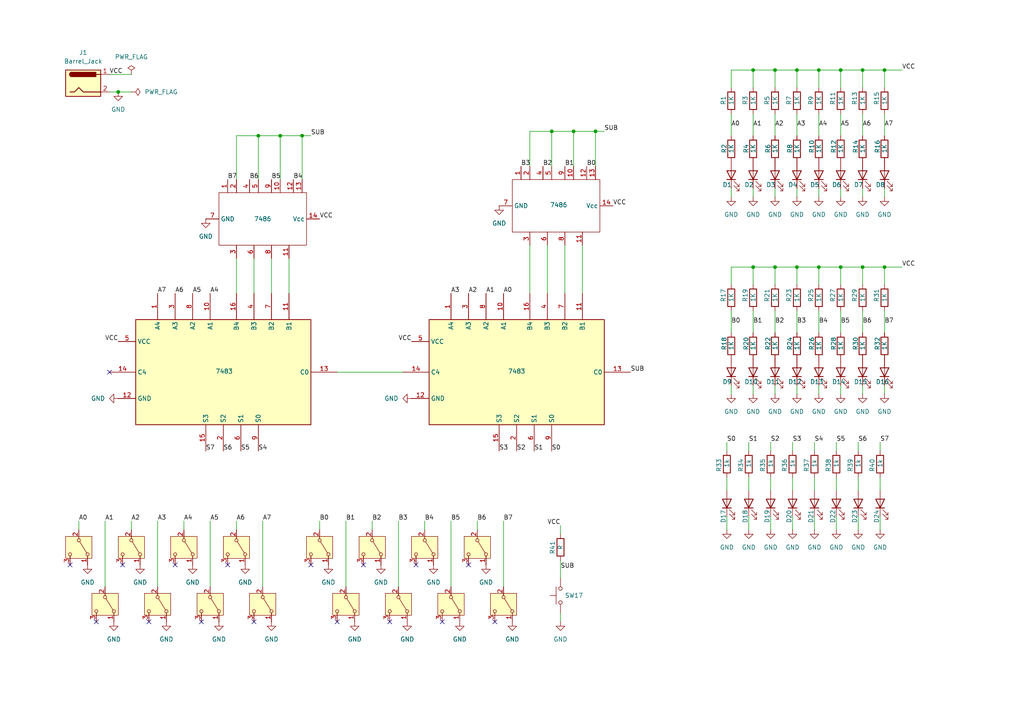
<source format=kicad_sch>
(kicad_sch (version 20250114) (generator "eeschema") (generator_version "9.0")
  (paper "A4")
  (lib_symbols
    (symbol "Connector:Barrel_Jack" (pin_names (offset 1.016))
      (property "Reference" "J" (at 0 5.334 0))
      (property "Value" "Barrel_Jack" (at 0 -5.08 0))
      (symbol "Barrel_Jack_0_1"
        (rectangle (start -5.08 3.81) (end 5.08 -3.81) (stroke (width 0.254)) (fill (type background)))
        (polyline (pts (xy -3.81 -2.54) (xy -2.54 -2.54) (xy -1.27 -1.27) (xy 0 -2.54) (xy 2.54 -2.54) (xy 5.08 -2.54)) (stroke (width 0.254)))
        (arc (start -3.302 1.905) (mid -3.9343 2.54) (end -3.302 3.175) (stroke (width 0.254)))
        (arc (start -3.302 1.905) (mid -3.9343 2.54) (end -3.302 3.175) (stroke (width 0.254)) (fill (type outline)))
        (rectangle (start 3.683 3.175) (end -3.302 1.905) (stroke (width 0.254)) (fill (type outline)))
        (polyline (pts (xy 5.08 2.54) (xy 3.81 2.54)) (stroke (width 0.254)))
      )
      (symbol "Barrel_Jack_1_1"
        (pin passive line (at 7.62 2.54 180) (length 2.54) (name "~") (number "1"))
        (pin passive line (at 7.62 -2.54 180) (length 2.54) (name "~") (number "2"))
      )
    )
    (symbol "Device:LED" (pin_numbers (hide yes)) (pin_names (offset 1.016) (hide yes))
      (property "Reference" "D" (at 0 2.54 0))
      (property "Value" "LED" (at 0 -2.54 0))
      (symbol "LED_0_1"
        (polyline (pts (xy -3.048 -0.762) (xy -4.572 -2.286) (xy -3.81 -2.286) (xy -4.572 -2.286) (xy -4.572 -1.524)))
        (polyline (pts (xy -1.778 -0.762) (xy -3.302 -2.286) (xy -2.54 -2.286) (xy -3.302 -2.286) (xy -3.302 -1.524)))
        (polyline (pts (xy -1.27 0) (xy 1.27 0)))
        (polyline (pts (xy -1.27 -1.27) (xy -1.27 1.27)) (stroke (width 0.254)))
        (polyline (pts (xy 1.27 -1.27) (xy 1.27 1.27) (xy -1.27 0) (xy 1.27 -1.27)) (stroke (width 0.254)))
      )
      (symbol "LED_1_1"
        (pin passive line (at -3.81 0 0) (length 2.54) (name "K") (number "1"))
        (pin passive line (at 3.81 0 180) (length 2.54) (name "A") (number "2"))
      )
    )
    (symbol "Device:R" (pin_numbers (hide yes)) (pin_names (offset 0))
      (property "Reference" "R" (at 2.032 0 90))
      (property "Value" "R" (at 0 0 90))
      (symbol "R_0_1"
        (rectangle (start -1.016 -2.54) (end 1.016 2.54) (stroke (width 0.254)))
      )
      (symbol "R_1_1"
        (pin passive line (at 0 3.81 270) (length 1.27) (name "~") (number "1"))
        (pin passive line (at 0 -3.81 90) (length 1.27) (name "~") (number "2"))
      )
    )
    (symbol "NEW 7486_1"
      (property "Reference" "IC7486" (at 0 0 0))
      (symbol "NEW 7486_1_1_1"
        (rectangle (start -12.7 7.62) (end 12.7 -7.62))
        (pin power_in line (at -16.51 0 0) (length 3.81) (name "GND") (number "7"))
        (pin passive line (at -10.16 11.43 270) (length 3.81) (name "") (number "1"))
        (pin passive line (at -7.62 11.43 270) (length 3.81) (name "") (number "2"))
        (pin passive line (at -7.62 -11.43 90) (length 3.81) (name "") (number "3"))
        (pin passive line (at -3.81 11.43 270) (length 3.81) (name "") (number "4"))
        (pin passive line (at -2.54 -11.43 90) (length 3.81) (name "") (number "6"))
        (pin passive line (at -1.27 11.43 270) (length 3.81) (name "") (number "5"))
        (pin passive line (at 2.54 11.43 270) (length 3.81) (name "") (number "9"))
        (pin passive line (at 2.54 -11.43 90) (length 3.81) (name "") (number "8"))
        (pin passive line (at 5.08 11.43 270) (length 3.81) (name "") (number "10"))
        (pin passive line (at 7.62 -11.43 90) (length 3.81) (name "") (number "11"))
        (pin passive line (at 8.89 11.43 270) (length 3.81) (name "") (number "12"))
        (pin passive line (at 11.43 11.43 270) (length 3.81) (name "") (number "13"))
        (pin power_in line (at 16.51 0 180) (length 3.81) (name "Vcc") (number "14"))
      )
    )
    (symbol "New_Library:NEW 7483"
      (property "Reference" "IC7483" (at 0 0 0))
      (symbol "NEW 7483_0_0"
        (rectangle (start 25.4 15.24) (end -25.4 -15.24) (stroke (width 0.254)) (fill (type background)))
        (pin power_in line (at -30.48 8.89 0) (length 5.08) (name "VCC") (number "5"))
        (pin power_in line (at -30.48 -7.62 0) (length 5.08) (name "GND") (number "12"))
      )
      (symbol "NEW 7483_1_1"
        (pin passive line (at -33.02 0 0) (length 7.62) (name "C4") (number "14"))
        (pin passive line (at -19.05 22.86 270) (length 7.62) (name "A4") (number "1"))
        (pin passive line (at -13.97 22.86 270) (length 7.62) (name "A3") (number "3"))
        (pin passive line (at -8.89 22.86 270) (length 7.62) (name "A2") (number "8"))
        (pin passive line (at -5.08 -22.86 90) (length 7.62) (name "S3") (number "15"))
        (pin passive line (at -3.81 22.86 270) (length 7.62) (name "A1") (number "10"))
        (pin passive line (at 0 -22.86 90) (length 7.62) (name "S2") (number "2"))
        (pin passive line (at 3.81 22.86 270) (length 7.62) (name "B4") (number "16"))
        (pin passive line (at 5.08 -22.86 90) (length 7.62) (name "S1") (number "6"))
        (pin passive line (at 8.89 22.86 270) (length 7.62) (name "B3") (number "4"))
        (pin passive line (at 10.16 -22.86 90) (length 7.62) (name "S0") (number "9"))
        (pin passive line (at 13.97 22.86 270) (length 7.62) (name "B2") (number "7"))
        (pin passive line (at 19.05 22.86 270) (length 7.62) (name "B1") (number "11"))
        (pin passive line (at 33.02 0 180) (length 7.62) (name "C0") (number "13"))
      )
    )
    (symbol "New_Library:NEW 7486"
      (property "Reference" "IC7486" (at 0 0 0))
      (symbol "NEW 7486_1_1"
        (rectangle (start -12.7 7.62) (end 12.7 -7.62))
        (pin power_in line (at -16.51 0 0) (length 3.81) (name "GND") (number "7"))
        (pin passive line (at -10.16 11.43 270) (length 3.81) (name "") (number "1"))
        (pin passive line (at -7.62 11.43 270) (length 3.81) (name "") (number "2"))
        (pin passive line (at -7.62 -11.43 90) (length 3.81) (name "") (number "3"))
        (pin passive line (at -3.81 11.43 270) (length 3.81) (name "") (number "4"))
        (pin passive line (at -2.54 -11.43 90) (length 3.81) (name "") (number "6"))
        (pin passive line (at -1.27 11.43 270) (length 3.81) (name "") (number "5"))
        (pin passive line (at 2.54 11.43 270) (length 3.81) (name "") (number "9"))
        (pin passive line (at 2.54 -11.43 90) (length 3.81) (name "") (number "8"))
        (pin passive line (at 5.08 11.43 270) (length 3.81) (name "") (number "10"))
        (pin passive line (at 7.62 -11.43 90) (length 3.81) (name "") (number "11"))
        (pin passive line (at 8.89 11.43 270) (length 3.81) (name "") (number "12"))
        (pin passive line (at 11.43 11.43 270) (length 3.81) (name "") (number "13"))
        (pin power_in line (at 16.51 0 180) (length 3.81) (name "Vcc") (number "14"))
      )
    )
    (symbol "Switch:SW_Push" (pin_numbers (hide yes)) (pin_names (offset 1.016) (hide yes))
      (property "Reference" "SW" (at 1.27 2.54 0))
      (property "Value" "SW_Push" (at 0 -1.524 0))
      (symbol "SW_Push_0_1"
        (circle (center -2.032 0) (radius 0.508))
        (polyline (pts (xy 0 1.27) (xy 0 3.048)))
        (circle (center 2.032 0) (radius 0.508))
        (polyline (pts (xy 2.54 1.27) (xy -2.54 1.27)))
        (pin passive line (at -5.08 0 0) (length 2.54) (name "1") (number "1"))
        (pin passive line (at 5.08 0 180) (length 2.54) (name "2") (number "2"))
      )
    )
    (symbol "Switch:SW_SPDT" (pin_names (offset 0) (hide yes))
      (property "Reference" "SW" (at 0 5.08 0))
      (property "Value" "SW_SPDT" (at 0 -5.08 0))
      (symbol "SW_SPDT_0_1"
        (circle (center -2.032 0) (radius 0.4572))
        (polyline (pts (xy -1.651 0.254) (xy 1.651 2.286)))
        (circle (center 2.032 2.54) (radius 0.4572))
        (circle (center 2.032 -2.54) (radius 0.4572))
      )
      (symbol "SW_SPDT_1_1"
        (rectangle (start -3.175 3.81) (end 3.175 -3.81) (fill (type background)))
        (pin passive line (at -5.08 0 0) (length 2.54) (name "B") (number "2"))
        (pin passive line (at 5.08 2.54 180) (length 2.54) (name "A") (number "1"))
        (pin passive line (at 5.08 -2.54 180) (length 2.54) (name "C") (number "3"))
      )
    )
    (symbol "power:GND" (power) (pin_numbers (hide yes)) (pin_names (offset 0) (hide yes))
      (property "Value" "GND" (at 0 -3.81 0))
      (symbol "GND_0_1"
        (polyline (pts (xy 0 0) (xy 0 -1.27) (xy 1.27 -1.27) (xy 0 -2.54) (xy -1.27 -1.27) (xy 0 -1.27)))
      )
      (symbol "GND_1_1"
        (pin power_in line (at 0 0 270) (length 0) (name "~") (number "1"))
      )
    )
    (symbol "power:PWR_FLAG" (power) (pin_numbers (hide yes)) (pin_names (offset 0) (hide yes))
      (property "Value" "PWR_FLAG" (at 0 3.81 0))
      (symbol "PWR_FLAG_0_0"
        (pin power_out line (at 0 0 90) (length 0) (name "~") (number "1"))
      )
      (symbol "PWR_FLAG_0_1"
        (polyline (pts (xy 0 0) (xy 0 1.27) (xy -1.016 1.905) (xy 0 2.54) (xy 1.016 1.905) (xy 0 1.27)))
      )
    )
  )
  (junction (at 160.02 38.1))
  (junction (at 87.63 39.37))
  (junction (at 74.93 39.37))
  (junction (at 231.14 77.47))
  (junction (at 231.14 20.32))
  (junction (at 166.37 38.1))
  (junction (at 224.79 77.47))
  (junction (at 237.49 77.47))
  (junction (at 218.44 20.32))
  (junction (at 81.28 39.37))
  (junction (at 243.84 20.32))
  (junction (at 224.79 20.32))
  (junction (at 218.44 77.47))
  (junction (at 256.54 20.32))
  (junction (at 172.72 38.1))
  (junction (at 250.19 77.47))
  (junction (at 237.49 20.32))
  (junction (at 250.19 20.32))
  (junction (at 34.29 26.67))
  (junction (at 256.54 77.47))
  (junction (at 243.84 77.47))
  (no_connect (at 43.18 180.34))
  (no_connect (at 27.94 180.34))
  (no_connect (at 128.27 180.34))
  (no_connect (at 50.8 163.83))
  (no_connect (at 90.17 163.83))
  (no_connect (at 120.65 163.83))
  (no_connect (at 73.66 180.34))
  (no_connect (at 105.41 163.83))
  (no_connect (at 97.79 180.34))
  (no_connect (at 66.04 163.83))
  (no_connect (at 58.42 180.34))
  (no_connect (at 31.75 107.95))
  (no_connect (at 143.51 180.34))
  (no_connect (at 113.03 180.34))
  (no_connect (at 20.32 163.83))
  (no_connect (at 35.56 163.83))
  (no_connect (at 135.89 163.83))
  (wire (pts (xy 224.79 77.47) (xy 224.79 82.55)))
  (wire (pts (xy 231.14 20.32) (xy 224.79 20.32)))
  (wire (pts (xy 243.84 20.32) (xy 237.49 20.32)))
  (wire (pts (xy 231.14 54.61) (xy 231.14 57.15)))
  (wire (pts (xy 255.27 149.86) (xy 255.27 153.67)))
  (wire (pts (xy 218.44 111.76) (xy 218.44 114.3)))
  (wire (pts (xy 76.2 151.13) (xy 76.2 170.18)))
  (wire (pts (xy 34.29 26.67) (xy 38.1 26.67)))
  (wire (pts (xy 74.93 39.37) (xy 81.28 39.37)))
  (wire (pts (xy 218.44 77.47) (xy 212.09 77.47)))
  (wire (pts (xy 218.44 90.17) (xy 218.44 96.52)))
  (wire (pts (xy 166.37 38.1) (xy 160.02 38.1)))
  (wire (pts (xy 210.82 138.43) (xy 210.82 142.24)))
  (wire (pts (xy 81.28 39.37) (xy 87.63 39.37)))
  (wire (pts (xy 243.84 77.47) (xy 237.49 77.47)))
  (wire (pts (xy 261.62 77.47) (xy 256.54 77.47)))
  (wire (pts (xy 22.86 151.13) (xy 22.86 153.67)))
  (wire (pts (xy 250.19 77.47) (xy 243.84 77.47)))
  (wire (pts (xy 175.26 38.1) (xy 172.72 38.1)))
  (wire (pts (xy 243.84 90.17) (xy 243.84 96.52)))
  (wire (pts (xy 237.49 33.02) (xy 237.49 39.37)))
  (wire (pts (xy 229.87 128.27) (xy 229.87 130.81)))
  (wire (pts (xy 83.82 74.93) (xy 83.82 85.09)))
  (wire (pts (xy 256.54 77.47) (xy 256.54 82.55)))
  (wire (pts (xy 237.49 111.76) (xy 237.49 114.3)))
  (wire (pts (xy 231.14 77.47) (xy 231.14 82.55)))
  (wire (pts (xy 261.62 20.32) (xy 256.54 20.32)))
  (wire (pts (xy 250.19 90.17) (xy 250.19 96.52)))
  (wire (pts (xy 231.14 111.76) (xy 231.14 114.3)))
  (wire (pts (xy 172.72 38.1) (xy 172.72 48.26)))
  (wire (pts (xy 81.28 39.37) (xy 81.28 52.07)))
  (wire (pts (xy 160.02 38.1) (xy 160.02 48.26)))
  (wire (pts (xy 231.14 77.47) (xy 224.79 77.47)))
  (wire (pts (xy 256.54 20.32) (xy 250.19 20.32)))
  (wire (pts (xy 237.49 20.32) (xy 237.49 25.4)))
  (wire (pts (xy 248.92 138.43) (xy 248.92 142.24)))
  (wire (pts (xy 78.74 74.93) (xy 78.74 85.09)))
  (wire (pts (xy 212.09 20.32) (xy 212.09 25.4)))
  (wire (pts (xy 210.82 149.86) (xy 210.82 153.67)))
  (wire (pts (xy 248.92 128.27) (xy 248.92 130.81)))
  (wire (pts (xy 256.54 33.02) (xy 256.54 39.37)))
  (wire (pts (xy 146.05 151.13) (xy 146.05 170.18)))
  (wire (pts (xy 236.22 149.86) (xy 236.22 153.67)))
  (wire (pts (xy 250.19 54.61) (xy 250.19 57.15)))
  (wire (pts (xy 74.93 39.37) (xy 74.93 52.07)))
  (wire (pts (xy 256.54 90.17) (xy 256.54 96.52)))
  (wire (pts (xy 224.79 20.32) (xy 224.79 25.4)))
  (wire (pts (xy 243.84 20.32) (xy 243.84 25.4)))
  (wire (pts (xy 172.72 38.1) (xy 166.37 38.1)))
  (wire (pts (xy 250.19 20.32) (xy 243.84 20.32)))
  (wire (pts (xy 68.58 151.13) (xy 68.58 153.67)))
  (wire (pts (xy 218.44 54.61) (xy 218.44 57.15)))
  (wire (pts (xy 255.27 138.43) (xy 255.27 142.24)))
  (wire (pts (xy 100.33 151.13) (xy 100.33 170.18)))
  (wire (pts (xy 250.19 111.76) (xy 250.19 114.3)))
  (wire (pts (xy 87.63 39.37) (xy 87.63 52.07)))
  (wire (pts (xy 160.02 38.1) (xy 153.67 38.1)))
  (wire (pts (xy 217.17 149.86) (xy 217.17 153.67)))
  (wire (pts (xy 250.19 77.47) (xy 250.19 82.55)))
  (wire (pts (xy 242.57 149.86) (xy 242.57 153.67)))
  (wire (pts (xy 237.49 20.32) (xy 231.14 20.32)))
  (wire (pts (xy 107.95 151.13) (xy 107.95 153.67)))
  (wire (pts (xy 87.63 39.37) (xy 90.17 39.37)))
  (wire (pts (xy 248.92 149.86) (xy 248.92 153.67)))
  (wire (pts (xy 250.19 20.32) (xy 250.19 25.4)))
  (wire (pts (xy 250.19 33.02) (xy 250.19 39.37)))
  (wire (pts (xy 229.87 138.43) (xy 229.87 142.24)))
  (wire (pts (xy 212.09 111.76) (xy 212.09 114.3)))
  (wire (pts (xy 115.57 151.13) (xy 115.57 170.18)))
  (wire (pts (xy 30.48 151.13) (xy 30.48 170.18)))
  (wire (pts (xy 224.79 54.61) (xy 224.79 57.15)))
  (wire (pts (xy 212.09 77.47) (xy 212.09 82.55)))
  (wire (pts (xy 218.44 33.02) (xy 218.44 39.37)))
  (wire (pts (xy 243.84 111.76) (xy 243.84 114.3)))
  (wire (pts (xy 256.54 111.76) (xy 256.54 114.3)))
  (wire (pts (xy 210.82 128.27) (xy 210.82 130.81)))
  (wire (pts (xy 163.83 71.12) (xy 163.83 85.09)))
  (wire (pts (xy 31.75 21.59) (xy 38.1 21.59)))
  (wire (pts (xy 68.58 52.07) (xy 68.58 39.37)))
  (wire (pts (xy 242.57 128.27) (xy 242.57 130.81)))
  (wire (pts (xy 236.22 128.27) (xy 236.22 130.81)))
  (wire (pts (xy 68.58 39.37) (xy 74.93 39.37)))
  (wire (pts (xy 256.54 54.61) (xy 256.54 57.15)))
  (wire (pts (xy 123.19 151.13) (xy 123.19 153.67)))
  (wire (pts (xy 212.09 54.61) (xy 212.09 57.15)))
  (wire (pts (xy 243.84 77.47) (xy 243.84 82.55)))
  (wire (pts (xy 53.34 151.13) (xy 53.34 153.67)))
  (wire (pts (xy 237.49 90.17) (xy 237.49 96.52)))
  (wire (pts (xy 38.1 151.13) (xy 38.1 153.67)))
  (wire (pts (xy 218.44 20.32) (xy 212.09 20.32)))
  (wire (pts (xy 31.75 26.67) (xy 34.29 26.67)))
  (wire (pts (xy 158.75 71.12) (xy 158.75 85.09)))
  (wire (pts (xy 162.56 162.56) (xy 162.56 167.64)))
  (wire (pts (xy 212.09 33.02) (xy 212.09 39.37)))
  (wire (pts (xy 218.44 20.32) (xy 218.44 25.4)))
  (wire (pts (xy 243.84 33.02) (xy 243.84 39.37)))
  (wire (pts (xy 218.44 77.47) (xy 218.44 82.55)))
  (wire (pts (xy 229.87 149.86) (xy 229.87 153.67)))
  (wire (pts (xy 231.14 20.32) (xy 231.14 25.4)))
  (wire (pts (xy 92.71 151.13) (xy 92.71 153.67)))
  (wire (pts (xy 153.67 38.1) (xy 153.67 48.26)))
  (wire (pts (xy 256.54 77.47) (xy 250.19 77.47)))
  (wire (pts (xy 217.17 128.27) (xy 217.17 130.81)))
  (wire (pts (xy 224.79 111.76) (xy 224.79 114.3)))
  (wire (pts (xy 153.67 71.12) (xy 153.67 85.09)))
  (wire (pts (xy 130.81 151.13) (xy 130.81 170.18)))
  (wire (pts (xy 236.22 138.43) (xy 236.22 142.24)))
  (wire (pts (xy 242.57 138.43) (xy 242.57 142.24)))
  (wire (pts (xy 224.79 90.17) (xy 224.79 96.52)))
  (wire (pts (xy 223.52 138.43) (xy 223.52 142.24)))
  (wire (pts (xy 256.54 20.32) (xy 256.54 25.4)))
  (wire (pts (xy 243.84 54.61) (xy 243.84 57.15)))
  (wire (pts (xy 231.14 33.02) (xy 231.14 39.37)))
  (wire (pts (xy 223.52 149.86) (xy 223.52 153.67)))
  (wire (pts (xy 60.96 151.13) (xy 60.96 170.18)))
  (wire (pts (xy 231.14 90.17) (xy 231.14 96.52)))
  (wire (pts (xy 166.37 38.1) (xy 166.37 48.26)))
  (wire (pts (xy 224.79 77.47) (xy 218.44 77.47)))
  (wire (pts (xy 97.79 107.95) (xy 116.84 107.95)))
  (wire (pts (xy 237.49 77.47) (xy 237.49 82.55)))
  (wire (pts (xy 168.91 71.12) (xy 168.91 85.09)))
  (wire (pts (xy 162.56 152.4) (xy 162.56 154.94)))
  (wire (pts (xy 217.17 138.43) (xy 217.17 142.24)))
  (wire (pts (xy 237.49 77.47) (xy 231.14 77.47)))
  (wire (pts (xy 212.09 90.17) (xy 212.09 96.52)))
  (wire (pts (xy 237.49 54.61) (xy 237.49 57.15)))
  (wire (pts (xy 255.27 128.27) (xy 255.27 130.81)))
  (wire (pts (xy 224.79 33.02) (xy 224.79 39.37)))
  (wire (pts (xy 73.66 74.93) (xy 73.66 85.09)))
  (wire (pts (xy 223.52 128.27) (xy 223.52 130.81)))
  (wire (pts (xy 138.43 151.13) (xy 138.43 153.67)))
  (wire (pts (xy 68.58 74.93) (xy 68.58 85.09)))
  (wire (pts (xy 45.72 151.13) (xy 45.72 170.18)))
  (wire (pts (xy 224.79 20.32) (xy 218.44 20.32)))
  (wire (pts (xy 162.56 177.8) (xy 162.56 180.34)))
  (label "S7" (at 255.27 128.27 0))
  (label "S5" (at 69.85 130.81 0))
  (label "A0" (at 22.86 151.13 0))
  (label "VCC" (at 34.29 99.06 180))
  (label "S6" (at 64.77 130.81 0))
  (label "A4" (at 53.34 151.13 0))
  (label "A6" (at 250.19 36.83 0))
  (label "VCC" (at 162.56 152.4 180))
  (label "B5" (at 78.74 52.07 0))
  (label "A0" (at 212.09 36.83 0))
  (label "SUB" (at 182.88 107.95 0))
  (label "B3" (at 115.57 151.13 0))
  (label "A7" (at 256.54 36.83 0))
  (label "B1" (at 100.33 151.13 0))
  (label "VCC" (at 31.75 21.59 0))
  (label "A2" (at 38.1 151.13 0))
  (label "A4" (at 237.49 36.83 0))
  (label "VCC" (at 261.62 20.32 0))
  (label "A5" (at 55.88 85.09 0))
  (label "B2" (at 157.48 48.26 0))
  (label "B0" (at 212.09 93.98 0))
  (label "A3" (at 231.14 36.83 0))
  (label "S0" (at 210.82 128.27 0))
  (label "A1" (at 218.44 36.83 0))
  (label "SUB" (at 90.17 39.37 0))
  (label "B7" (at 66.04 52.07 0))
  (label "S4" (at 74.93 130.81 0))
  (label "A1" (at 30.48 151.13 0))
  (label "A2" (at 135.89 85.09 0))
  (label "B3" (at 151.13 48.26 0))
  (label "S2" (at 223.52 128.27 0))
  (label "S6" (at 248.92 128.27 0))
  (label "A3" (at 130.81 85.09 0))
  (label "A7" (at 76.2 151.13 0))
  (label "B4" (at 237.49 93.98 0))
  (label "B7" (at 256.54 93.98 0))
  (label "A6" (at 50.8 85.09 0))
  (label "B6" (at 72.39 52.07 0))
  (label "A6" (at 68.58 151.13 0))
  (label "A5" (at 243.84 36.83 0))
  (label "A7" (at 45.72 85.09 0))
  (label "B7" (at 146.05 151.13 0))
  (label "B2" (at 224.79 93.98 0))
  (label "B2" (at 107.95 151.13 0))
  (label "B6" (at 138.43 151.13 0))
  (label "S3" (at 229.87 128.27 0))
  (label "A4" (at 60.96 85.09 0))
  (label "S0" (at 160.02 130.81 0))
  (label "A1" (at 140.97 85.09 0))
  (label "S3" (at 144.78 130.81 0))
  (label "B4" (at 85.09 52.07 0))
  (label "SUB" (at 175.26 38.1 0))
  (label "VCC" (at 177.8 59.69 0))
  (label "VCC" (at 92.71 63.5 0))
  (label "S2" (at 149.86 130.81 0))
  (label "A2" (at 224.79 36.83 0))
  (label "B5" (at 130.81 151.13 0))
  (label "S1" (at 217.17 128.27 0))
  (label "S4" (at 236.22 128.27 0))
  (label "B4" (at 123.19 151.13 0))
  (label "SUB" (at 162.56 165.1 0))
  (label "A3" (at 45.72 151.13 0))
  (label "A5" (at 60.96 151.13 0))
  (label "B1" (at 163.83 48.26 0))
  (label "B1" (at 218.44 93.98 0))
  (label "VCC" (at 261.62 77.47 0))
  (label "VCC" (at 119.38 99.06 180))
  (label "S7" (at 59.69 130.81 0))
  (label "B0" (at 92.71 151.13 0))
  (label "S1" (at 154.94 130.81 0))
  (label "B0" (at 170.18 48.26 0))
  (label "S5" (at 242.57 128.27 0))
  (label "B6" (at 250.19 93.98 0))
  (label "A0" (at 146.05 85.09 0))
  (label "B5" (at 243.84 93.98 0))
  (label "B3" (at 231.14 93.98 0))
  (symbol (lib_id "power:GND") (at 212.09 114.3 0) (unit 1)
    (property "Reference" "#PWR014" (effects (hide yes)))
    (property "Value" "GND" (at 212.09 119.38 0))
    (property "Description" "Power symbol creates a global label with name \"GND\" , ground" (effects (hide yes)))
  )
  (symbol (lib_id "Connector:Barrel_Jack") (at 24.13 24.13 0) (unit 1)
    (property "Reference" "J1" (at 24.13 15.24 0))
    (property "Value" "Barrel_Jack" (at 24.13 17.78 0))
    (property "Description" "DC Barrel Jack" (effects (hide yes)))
  )
  (symbol (lib_id "Switch:SW_SPDT") (at 30.48 175.26 270) (unit 1)
    (property "Reference" "SW5" (effects (hide yes)))
    (property "Value" "SW_SPDT" (effects (hide yes)))
    (property "Description" "Switch, single pole double throw" (effects (hide yes)))
  )
  (symbol (lib_id "Device:R") (at 256.54 29.21 0) (unit 1)
    (property "Reference" "R15" (at 254.254 30.48 90) (effects (justify left)))
    (property "Value" "1K" (at 256.54 30.48 90) (effects (justify left)))
    (property "Description" "Resistor" (effects (hide yes)))
  )
  (symbol (lib_id "power:GND") (at 224.79 114.3 0) (unit 1)
    (property "Reference" "#PWR016" (effects (hide yes)))
    (property "Value" "GND" (at 224.79 119.38 0))
    (property "Description" "Power symbol creates a global label with name \"GND\" , ground" (effects (hide yes)))
  )
  (symbol (lib_id "power:GND") (at 248.92 153.67 0) (unit 1)
    (property "Reference" "#PWR028" (effects (hide yes)))
    (property "Value" "GND" (at 248.92 158.75 0))
    (property "Description" "Power symbol creates a global label with name \"GND\" , ground" (effects (hide yes)))
  )
  (symbol (lib_id "Device:R") (at 212.09 29.21 0) (unit 1)
    (property "Reference" "R1" (at 209.804 30.48 90) (effects (justify left)))
    (property "Value" "1K" (at 212.09 30.48 90) (effects (justify left)))
    (property "Description" "Resistor" (effects (hide yes)))
  )
  (symbol (lib_id "power:GND") (at 55.88 163.83 0) (unit 1)
    (property "Reference" "#PWR034" (effects (hide yes)))
    (property "Value" "GND" (at 55.88 168.91 0))
    (property "Description" "Power symbol creates a global label with name \"GND\" , ground" (effects (hide yes)))
  )
  (symbol (lib_id "Device:R") (at 162.56 158.75 0) (unit 1)
    (property "Reference" "R41" (at 160.274 160.782 90) (effects (justify left)))
    (property "Value" "R" (at 162.56 159.512 90) (effects (justify left)))
    (property "Description" "Resistor" (effects (hide yes)))
  )
  (symbol (lib_id "Switch:SW_Push") (at 162.56 172.72 90) (unit 1)
    (property "Reference" "SW17" (at 163.83 172.7199 90) (effects (justify right)))
    (property "Value" "SW_Push" (effects (hide yes)))
    (property "Description" "Push button switch, generic, two pins" (effects (hide yes)))
  )
  (symbol (lib_id "power:GND") (at 118.11 180.34 0) (unit 1)
    (property "Reference" "#PWR041" (effects (hide yes)))
    (property "Value" "GND" (at 118.11 185.42 0))
    (property "Description" "Power symbol creates a global label with name \"GND\" , ground" (effects (hide yes)))
  )
  (symbol (lib_id "power:GND") (at 243.84 114.3 0) (unit 1)
    (property "Reference" "#PWR019" (effects (hide yes)))
    (property "Value" "GND" (at 243.84 119.38 0))
    (property "Description" "Power symbol creates a global label with name \"GND\" , ground" (effects (hide yes)))
  )
  (symbol (lib_id "Device:R") (at 242.57 134.62 0) (unit 1)
    (property "Reference" "R38" (at 240.284 136.906 90) (effects (justify left)))
    (property "Value" "1k" (at 242.57 135.636 90) (effects (justify left)))
    (property "Description" "Resistor" (effects (hide yes)))
  )
  (symbol (lib_id "Device:R") (at 256.54 43.18 0) (unit 1)
    (property "Reference" "R16" (at 254.508 44.45 90) (effects (justify left)))
    (property "Value" "1K" (at 256.54 44.45 90) (effects (justify left)))
    (property "Description" "Resistor" (effects (hide yes)))
  )
  (symbol (lib_id "power:GND") (at 237.49 114.3 0) (unit 1)
    (property "Reference" "#PWR018" (effects (hide yes)))
    (property "Value" "GND" (at 237.49 119.38 0))
    (property "Description" "Power symbol creates a global label with name \"GND\" , ground" (effects (hide yes)))
  )
  (symbol (lib_id "Device:R") (at 250.19 86.36 0) (unit 1)
    (property "Reference" "R29" (at 247.904 87.63 90) (effects (justify left)))
    (property "Value" "1K" (at 250.19 87.63 90) (effects (justify left)))
    (property "Description" "Resistor" (effects (hide yes)))
  )
  (symbol (lib_id "Device:LED") (at 210.82 146.05 90) (unit 1)
    (property "Reference" "D17" (at 209.804 147.828 0) (effects (justify right)))
    (property "Value" "LED" (effects (hide yes)))
    (property "Description" "Light emitting diode" (effects (hide yes)))
    (property "Sim.Pins" "1=K 2=A" (effects (hide yes)))
  )
  (symbol (lib_id "Device:LED") (at 224.79 107.95 90) (unit 1)
    (property "Reference" "D11" (at 222.25 110.744 90) (effects (justify right)))
    (property "Value" "LED" (effects (hide yes)))
    (property "Description" "Light emitting diode" (effects (hide yes)))
    (property "Sim.Pins" "1=K 2=A" (effects (hide yes)))
  )
  (symbol (lib_id "Device:R") (at 218.44 29.21 0) (unit 1)
    (property "Reference" "R3" (at 216.154 30.48 90) (effects (justify left)))
    (property "Value" "1K" (at 218.44 30.48 90) (effects (justify left)))
    (property "Description" "Resistor" (effects (hide yes)))
  )
  (symbol (lib_id "Device:LED") (at 243.84 50.8 90) (unit 1)
    (property "Reference" "D6" (at 241.3 53.594 90) (effects (justify right)))
    (property "Value" "LED" (effects (hide yes)))
    (property "Description" "Light emitting diode" (effects (hide yes)))
    (property "Sim.Pins" "1=K 2=A" (effects (hide yes)))
  )
  (symbol (lib_id "power:GND") (at 59.69 63.5 0) (unit 1)
    (property "Reference" "#PWR05" (effects (hide yes)))
    (property "Value" "GND" (at 59.69 68.58 0))
    (property "Description" "Power symbol creates a global label with name \"GND\" , ground" (effects (hide yes)))
  )
  (symbol (lib_id "power:GND") (at 40.64 163.83 0) (unit 1)
    (property "Reference" "#PWR032" (effects (hide yes)))
    (property "Value" "GND" (at 40.64 168.91 0))
    (property "Description" "Power symbol creates a global label with name \"GND\" , ground" (effects (hide yes)))
  )
  (symbol (lib_id "Device:R") (at 236.22 134.62 0) (unit 1)
    (property "Reference" "R37" (at 233.934 136.906 90) (effects (justify left)))
    (property "Value" "1k" (at 236.22 135.636 90) (effects (justify left)))
    (property "Description" "Resistor" (effects (hide yes)))
  )
  (symbol (lib_id "Switch:SW_SPDT") (at 138.43 158.75 270) (unit 1)
    (property "Reference" "SW15" (effects (hide yes)))
    (property "Value" "SW_SPDT" (effects (hide yes)))
    (property "Description" "Switch, single pole double throw" (effects (hide yes)))
  )
  (symbol (lib_id "Device:R") (at 229.87 134.62 0) (unit 1)
    (property "Reference" "R36" (at 227.584 136.906 90) (effects (justify left)))
    (property "Value" "1k" (at 229.87 135.636 90) (effects (justify left)))
    (property "Description" "Resistor" (effects (hide yes)))
  )
  (symbol (lib_id "power:GND") (at 210.82 153.67 0) (unit 1)
    (property "Reference" "#PWR022" (effects (hide yes)))
    (property "Value" "GND" (at 210.82 158.75 0))
    (property "Description" "Power symbol creates a global label with name \"GND\" , ground" (effects (hide yes)))
  )
  (symbol (lib_id "Switch:SW_SPDT") (at 107.95 158.75 270) (unit 1)
    (property "Reference" "SW11" (effects (hide yes)))
    (property "Value" "SW_SPDT" (effects (hide yes)))
    (property "Description" "Switch, single pole double throw" (effects (hide yes)))
  )
  (symbol (lib_id "power:GND") (at 243.84 57.15 0) (unit 1)
    (property "Reference" "#PWR011" (effects (hide yes)))
    (property "Value" "GND" (at 243.84 62.23 0))
    (property "Description" "Power symbol creates a global label with name \"GND\" , ground" (effects (hide yes)))
  )
  (symbol (lib_id "Device:R") (at 231.14 43.18 0) (unit 1)
    (property "Reference" "R8" (at 229.108 44.45 90) (effects (justify left)))
    (property "Value" "1K" (at 231.14 44.45 90) (effects (justify left)))
    (property "Description" "Resistor" (effects (hide yes)))
  )
  (symbol (lib_id "Switch:SW_SPDT") (at 60.96 175.26 270) (unit 1)
    (property "Reference" "SW6" (effects (hide yes)))
    (property "Value" "SW_SPDT" (effects (hide yes)))
    (property "Description" "Switch, single pole double throw" (effects (hide yes)))
  )
  (symbol (lib_id "Device:R") (at 250.19 100.33 0) (unit 1)
    (property "Reference" "R30" (at 248.158 101.6 90) (effects (justify left)))
    (property "Value" "1K" (at 250.19 101.6 90) (effects (justify left)))
    (property "Description" "Resistor" (effects (hide yes)))
  )
  (symbol (lib_id "Device:R") (at 231.14 86.36 0) (unit 1)
    (property "Reference" "R23" (at 228.854 87.63 90) (effects (justify left)))
    (property "Value" "1K" (at 231.14 87.63 90) (effects (justify left)))
    (property "Description" "Resistor" (effects (hide yes)))
  )
  (symbol (lib_id "power:GND") (at 25.4 163.83 0) (unit 1)
    (property "Reference" "#PWR030" (effects (hide yes)))
    (property "Value" "GND" (at 25.4 168.91 0))
    (property "Description" "Power symbol creates a global label with name \"GND\" , ground" (effects (hide yes)))
  )
  (symbol (lib_id "power:GND") (at 250.19 114.3 0) (unit 1)
    (property "Reference" "#PWR020" (effects (hide yes)))
    (property "Value" "GND" (at 250.19 119.38 0))
    (property "Description" "Power symbol creates a global label with name \"GND\" , ground" (effects (hide yes)))
  )
  (symbol (lib_id "Switch:SW_SPDT") (at 53.34 158.75 270) (unit 1)
    (property "Reference" "SW4" (effects (hide yes)))
    (property "Value" "SW_SPDT" (effects (hide yes)))
    (property "Description" "Switch, single pole double throw" (effects (hide yes)))
  )
  (symbol (lib_id "Device:R") (at 223.52 134.62 0) (unit 1)
    (property "Reference" "R35" (at 221.234 136.906 90) (effects (justify left)))
    (property "Value" "1k" (at 223.52 135.636 90) (effects (justify left)))
    (property "Description" "Resistor" (effects (hide yes)))
  )
  (symbol (lib_id "Switch:SW_SPDT") (at 68.58 158.75 270) (unit 1)
    (property "Reference" "SW7" (effects (hide yes)))
    (property "Value" "SW_SPDT" (effects (hide yes)))
    (property "Description" "Switch, single pole double throw" (effects (hide yes)))
  )
  (symbol (lib_id "Device:R") (at 237.49 100.33 0) (unit 1)
    (property "Reference" "R26" (at 235.458 101.6 90) (effects (justify left)))
    (property "Value" "1K" (at 237.49 101.6 90) (effects (justify left)))
    (property "Description" "Resistor" (effects (hide yes)))
  )
  (symbol (lib_id "Device:LED") (at 212.09 107.95 90) (unit 1)
    (property "Reference" "D9" (at 209.55 110.744 90) (effects (justify right)))
    (property "Value" "LED" (effects (hide yes)))
    (property "Description" "Light emitting diode" (effects (hide yes)))
    (property "Sim.Pins" "1=K 2=A" (effects (hide yes)))
  )
  (symbol (lib_id "Switch:SW_SPDT") (at 38.1 158.75 270) (unit 1)
    (property "Reference" "SW2" (effects (hide yes)))
    (property "Value" "SW_SPDT" (effects (hide yes)))
    (property "Description" "Switch, single pole double throw" (effects (hide yes)))
  )
  (symbol (lib_id "Switch:SW_SPDT") (at 130.81 175.26 270) (unit 1)
    (property "Reference" "SW14" (effects (hide yes)))
    (property "Value" "SW_SPDT" (effects (hide yes)))
    (property "Description" "Switch, single pole double throw" (effects (hide yes)))
  )
  (symbol (lib_id "power:GND") (at 34.29 115.57 270) (unit 1)
    (property "Reference" "#PWR02" (effects (hide yes)))
    (property "Value" "GND" (at 30.48 115.5699 90) (effects (justify right)))
    (property "Description" "Power symbol creates a global label with name \"GND\" , ground" (effects (hide yes)))
  )
  (symbol (lib_id "Device:LED") (at 218.44 50.8 90) (unit 1)
    (property "Reference" "D2" (at 215.9 53.594 90) (effects (justify right)))
    (property "Value" "LED" (effects (hide yes)))
    (property "Description" "Light emitting diode" (effects (hide yes)))
    (property "Sim.Pins" "1=K 2=A" (effects (hide yes)))
  )
  (symbol (lib_id "power:GND") (at 218.44 114.3 0) (unit 1)
    (property "Reference" "#PWR015" (effects (hide yes)))
    (property "Value" "GND" (at 218.44 119.38 0))
    (property "Description" "Power symbol creates a global label with name \"GND\" , ground" (effects (hide yes)))
  )
  (symbol (lib_id "Device:LED") (at 229.87 146.05 90) (unit 1)
    (property "Reference" "D20" (at 228.854 147.828 0) (effects (justify right)))
    (property "Value" "LED" (effects (hide yes)))
    (property "Description" "Light emitting diode" (effects (hide yes)))
    (property "Sim.Pins" "1=K 2=A" (effects (hide yes)))
  )
  (symbol (lib_id "Device:R") (at 243.84 29.21 0) (unit 1)
    (property "Reference" "R11" (at 241.554 30.48 90) (effects (justify left)))
    (property "Value" "1K" (at 243.84 30.48 90) (effects (justify left)))
    (property "Description" "Resistor" (effects (hide yes)))
  )
  (symbol (lib_id "Switch:SW_SPDT") (at 115.57 175.26 270) (unit 1)
    (property "Reference" "SW12" (effects (hide yes)))
    (property "Value" "SW_SPDT" (effects (hide yes)))
    (property "Description" "Switch, single pole double throw" (effects (hide yes)))
  )
  (symbol (lib_id "Device:R") (at 256.54 86.36 0) (unit 1)
    (property "Reference" "R31" (at 254.254 87.63 90) (effects (justify left)))
    (property "Value" "1K" (at 256.54 87.63 90) (effects (justify left)))
    (property "Description" "Resistor" (effects (hide yes)))
  )
  (symbol (lib_id "Device:LED") (at 256.54 107.95 90) (unit 1)
    (property "Reference" "D16" (at 254 110.744 90) (effects (justify right)))
    (property "Value" "LED" (effects (hide yes)))
    (property "Description" "Light emitting diode" (effects (hide yes)))
    (property "Sim.Pins" "1=K 2=A" (effects (hide yes)))
  )
  (symbol (lib_id "Device:R") (at 256.54 100.33 0) (unit 1)
    (property "Reference" "R32" (at 254.508 101.6 90) (effects (justify left)))
    (property "Value" "1K" (at 256.54 101.6 90) (effects (justify left)))
    (property "Description" "Resistor" (effects (hide yes)))
  )
  (symbol (lib_id "power:GND") (at 236.22 153.67 0) (unit 1)
    (property "Reference" "#PWR026" (effects (hide yes)))
    (property "Value" "GND" (at 236.22 158.75 0))
    (property "Description" "Power symbol creates a global label with name \"GND\" , ground" (effects (hide yes)))
  )
  (symbol (lib_id "power:GND") (at 140.97 163.83 0) (unit 1)
    (property "Reference" "#PWR044" (effects (hide yes)))
    (property "Value" "GND" (at 140.97 168.91 0))
    (property "Description" "Power symbol creates a global label with name \"GND\" , ground" (effects (hide yes)))
  )
  (symbol (lib_id "power:GND") (at 255.27 153.67 0) (unit 1)
    (property "Reference" "#PWR029" (effects (hide yes)))
    (property "Value" "GND" (at 255.27 158.75 0))
    (property "Description" "Power symbol creates a global label with name \"GND\" , ground" (effects (hide yes)))
  )
  (symbol (lib_id "Device:LED") (at 250.19 107.95 90) (unit 1)
    (property "Reference" "D15" (at 247.65 110.744 90) (effects (justify right)))
    (property "Value" "LED" (effects (hide yes)))
    (property "Description" "Light emitting diode" (effects (hide yes)))
    (property "Sim.Pins" "1=K 2=A" (effects (hide yes)))
  )
  (symbol (lib_id "Device:R") (at 248.92 134.62 0) (unit 1)
    (property "Reference" "R39" (at 246.634 136.906 90) (effects (justify left)))
    (property "Value" "1k" (at 248.92 135.636 90) (effects (justify left)))
    (property "Description" "Resistor" (effects (hide yes)))
  )
  (symbol (lib_id "Device:R") (at 218.44 100.33 0) (unit 1)
    (property "Reference" "R20" (at 216.408 101.6 90) (effects (justify left)))
    (property "Value" "1K" (at 218.44 101.6 90) (effects (justify left)))
    (property "Description" "Resistor" (effects (hide yes)))
  )
  (symbol (lib_id "Device:R") (at 250.19 29.21 0) (unit 1)
    (property "Reference" "R13" (at 247.904 30.48 90) (effects (justify left)))
    (property "Value" "1K" (at 250.19 30.48 90) (effects (justify left)))
    (property "Description" "Resistor" (effects (hide yes)))
  )
  (symbol (lib_id "Device:LED") (at 237.49 50.8 90) (unit 1)
    (property "Reference" "D5" (at 234.95 53.594 90) (effects (justify right)))
    (property "Value" "LED" (effects (hide yes)))
    (property "Description" "Light emitting diode" (effects (hide yes)))
    (property "Sim.Pins" "1=K 2=A" (effects (hide yes)))
  )
  (symbol (lib_id "power:GND") (at 223.52 153.67 0) (unit 1)
    (property "Reference" "#PWR024" (effects (hide yes)))
    (property "Value" "GND" (at 223.52 158.75 0))
    (property "Description" "Power symbol creates a global label with name \"GND\" , ground" (effects (hide yes)))
  )
  (symbol (lib_id "power:GND") (at 231.14 114.3 0) (unit 1)
    (property "Reference" "#PWR017" (effects (hide yes)))
    (property "Value" "GND" (at 231.14 119.38 0))
    (property "Description" "Power symbol creates a global label with name \"GND\" , ground" (effects (hide yes)))
  )
  (symbol (lib_id "power:GND") (at 119.38 115.57 270) (unit 1)
    (property "Reference" "#PWR04" (effects (hide yes)))
    (property "Value" "GND" (at 115.57 115.5699 90) (effects (justify right)))
    (property "Description" "Power symbol creates a global label with name \"GND\" , ground" (effects (hide yes)))
  )
  (symbol (lib_id "power:GND") (at 110.49 163.83 0) (unit 1)
    (property "Reference" "#PWR040" (effects (hide yes)))
    (property "Value" "GND" (at 110.49 168.91 0))
    (property "Description" "Power symbol creates a global label with name \"GND\" , ground" (effects (hide yes)))
  )
  (symbol (lib_id "power:GND") (at 33.02 180.34 0) (unit 1)
    (property "Reference" "#PWR031" (effects (hide yes)))
    (property "Value" "GND" (at 33.02 185.42 0))
    (property "Description" "Power symbol creates a global label with name \"GND\" , ground" (effects (hide yes)))
  )
  (symbol (lib_id "Device:R") (at 224.79 100.33 0) (unit 1)
    (property "Reference" "R22" (at 222.758 101.6 90) (effects (justify left)))
    (property "Value" "1K" (at 224.79 101.6 90) (effects (justify left)))
    (property "Description" "Resistor" (effects (hide yes)))
  )
  (symbol (lib_id "power:GND") (at 102.87 180.34 0) (unit 1)
    (property "Reference" "#PWR039" (effects (hide yes)))
    (property "Value" "GND" (at 102.87 185.42 0))
    (property "Description" "Power symbol creates a global label with name \"GND\" , ground" (effects (hide yes)))
  )
  (symbol (lib_id "power:GND") (at 218.44 57.15 0) (unit 1)
    (property "Reference" "#PWR07" (effects (hide yes)))
    (property "Value" "GND" (at 218.44 62.23 0))
    (property "Description" "Power symbol creates a global label with name \"GND\" , ground" (effects (hide yes)))
  )
  (symbol (lib_id "Device:R") (at 243.84 43.18 0) (unit 1)
    (property "Reference" "R12" (at 241.808 44.45 90) (effects (justify left)))
    (property "Value" "1K" (at 243.84 44.45 90) (effects (justify left)))
    (property "Description" "Resistor" (effects (hide yes)))
  )
  (symbol (lib_id "Device:R") (at 243.84 86.36 0) (unit 1)
    (property "Reference" "R27" (at 241.554 87.63 90) (effects (justify left)))
    (property "Value" "1K" (at 243.84 87.63 90) (effects (justify left)))
    (property "Description" "Resistor" (effects (hide yes)))
  )
  (symbol (lib_id "Switch:SW_SPDT") (at 22.86 158.75 270) (unit 1)
    (property "Reference" "SW1" (effects (hide yes)))
    (property "Value" "SW_SPDT" (effects (hide yes)))
    (property "Description" "Switch, single pole double throw" (effects (hide yes)))
  )
  (symbol (lib_name "NEW 7486_1") (lib_id "New_Library:NEW 7486") (at 76.2 63.5 0) (unit 1)
    (property "Reference" "IC3" (effects (hide yes)))
    (property "Value" "7486" (at 76.2 63.5 0))
  )
  (symbol (lib_id "Switch:SW_SPDT") (at 92.71 158.75 270) (unit 1)
    (property "Reference" "SW9" (effects (hide yes)))
    (property "Value" "SW_SPDT" (effects (hide yes)))
    (property "Description" "Switch, single pole double throw" (effects (hide yes)))
  )
  (symbol (lib_id "Device:LED") (at 237.49 107.95 90) (unit 1)
    (property "Reference" "D13" (at 234.95 110.744 90) (effects (justify right)))
    (property "Value" "LED" (effects (hide yes)))
    (property "Description" "Light emitting diode" (effects (hide yes)))
    (property "Sim.Pins" "1=K 2=A" (effects (hide yes)))
  )
  (symbol (lib_id "power:GND") (at 242.57 153.67 0) (unit 1)
    (property "Reference" "#PWR027" (effects (hide yes)))
    (property "Value" "GND" (at 242.57 158.75 0))
    (property "Description" "Power symbol creates a global label with name \"GND\" , ground" (effects (hide yes)))
  )
  (symbol (lib_id "Device:R") (at 212.09 100.33 0) (unit 1)
    (property "Reference" "R18" (at 210.058 101.6 90) (effects (justify left)))
    (property "Value" "1K" (at 212.09 101.6 90) (effects (justify left)))
    (property "Description" "Resistor" (effects (hide yes)))
  )
  (symbol (lib_id "Device:R") (at 231.14 29.21 0) (unit 1)
    (property "Reference" "R7" (at 228.854 30.48 90) (effects (justify left)))
    (property "Value" "1K" (at 231.14 30.48 90) (effects (justify left)))
    (property "Description" "Resistor" (effects (hide yes)))
  )
  (symbol (lib_id "Switch:SW_SPDT") (at 100.33 175.26 270) (unit 1)
    (property "Reference" "SW10" (effects (hide yes)))
    (property "Value" "SW_SPDT" (effects (hide yes)))
    (property "Description" "Switch, single pole double throw" (effects (hide yes)))
  )
  (symbol (lib_id "Device:LED") (at 224.79 50.8 90) (unit 1)
    (property "Reference" "D3" (at 222.25 53.594 90) (effects (justify right)))
    (property "Value" "LED" (effects (hide yes)))
    (property "Description" "Light emitting diode" (effects (hide yes)))
    (property "Sim.Pins" "1=K 2=A" (effects (hide yes)))
  )
  (symbol (lib_id "power:GND") (at 63.5 180.34 0) (unit 1)
    (property "Reference" "#PWR035" (effects (hide yes)))
    (property "Value" "GND" (at 63.5 185.42 0))
    (property "Description" "Power symbol creates a global label with name \"GND\" , ground" (effects (hide yes)))
  )
  (symbol (lib_id "Device:LED") (at 242.57 146.05 90) (unit 1)
    (property "Reference" "D22" (at 241.554 147.828 0) (effects (justify right)))
    (property "Value" "LED" (effects (hide yes)))
    (property "Description" "Light emitting diode" (effects (hide yes)))
    (property "Sim.Pins" "1=K 2=A" (effects (hide yes)))
  )
  (symbol (lib_id "Device:LED") (at 250.19 50.8 90) (unit 1)
    (property "Reference" "D7" (at 247.65 53.594 90) (effects (justify right)))
    (property "Value" "LED" (effects (hide yes)))
    (property "Description" "Light emitting diode" (effects (hide yes)))
    (property "Sim.Pins" "1=K 2=A" (effects (hide yes)))
  )
  (symbol (lib_id "New_Library:NEW 7486") (at 161.29 59.69 0) (unit 1)
    (property "Reference" "IC4" (effects (hide yes)))
    (property "Value" "7486" (at 162.052 59.436 0))
    (property "Footprint" "Package_DIP:DIP-14_W10.16mm" (effects (hide yes)))
  )
  (symbol (lib_id "Switch:SW_SPDT") (at 45.72 175.26 270) (unit 1)
    (property "Reference" "SW3" (effects (hide yes)))
    (property "Value" "SW_SPDT" (effects (hide yes)))
    (property "Description" "Switch, single pole double throw" (effects (hide yes)))
  )
  (symbol (lib_id "power:GND") (at 229.87 153.67 0) (unit 1)
    (property "Reference" "#PWR025" (effects (hide yes)))
    (property "Value" "GND" (at 229.87 158.75 0))
    (property "Description" "Power symbol creates a global label with name \"GND\" , ground" (effects (hide yes)))
  )
  (symbol (lib_id "power:GND") (at 48.26 180.34 0) (unit 1)
    (property "Reference" "#PWR033" (effects (hide yes)))
    (property "Value" "GND" (at 48.26 185.42 0))
    (property "Description" "Power symbol creates a global label with name \"GND\" , ground" (effects (hide yes)))
  )
  (symbol (lib_id "power:GND") (at 217.17 153.67 0) (unit 1)
    (property "Reference" "#PWR023" (effects (hide yes)))
    (property "Value" "GND" (at 217.17 158.75 0))
    (property "Description" "Power symbol creates a global label with name \"GND\" , ground" (effects (hide yes)))
  )
  (symbol (lib_id "Device:R") (at 210.82 134.62 0) (unit 1)
    (property "Reference" "R33" (at 208.534 136.906 90) (effects (justify left)))
    (property "Value" "1k" (at 210.82 135.636 90) (effects (justify left)))
    (property "Description" "Resistor" (effects (hide yes)))
  )
  (symbol (lib_id "Device:R") (at 212.09 43.18 0) (unit 1)
    (property "Reference" "R2" (at 210.058 44.45 90) (effects (justify left)))
    (property "Value" "1K" (at 212.09 44.45 90) (effects (justify left)))
    (property "Description" "Resistor" (effects (hide yes)))
  )
  (symbol (lib_id "Device:LED") (at 255.27 146.05 90) (unit 1)
    (property "Reference" "D24" (at 254.254 147.828 0) (effects (justify right)))
    (property "Value" "LED" (effects (hide yes)))
    (property "Description" "Light emitting diode" (effects (hide yes)))
    (property "Sim.Pins" "1=K 2=A" (effects (hide yes)))
  )
  (symbol (lib_id "power:GND") (at 148.59 180.34 0) (unit 1)
    (property "Reference" "#PWR045" (effects (hide yes)))
    (property "Value" "GND" (at 148.59 185.42 0))
    (property "Description" "Power symbol creates a global label with name \"GND\" , ground" (effects (hide yes)))
  )
  (symbol (lib_id "Device:R") (at 243.84 100.33 0) (unit 1)
    (property "Reference" "R28" (at 241.808 101.6 90) (effects (justify left)))
    (property "Value" "1K" (at 243.84 101.6 90) (effects (justify left)))
    (property "Description" "Resistor" (effects (hide yes)))
  )
  (symbol (lib_id "Device:LED") (at 243.84 107.95 90) (unit 1)
    (property "Reference" "D14" (at 241.3 110.744 90) (effects (justify right)))
    (property "Value" "LED" (effects (hide yes)))
    (property "Description" "Light emitting diode" (effects (hide yes)))
    (property "Sim.Pins" "1=K 2=A" (effects (hide yes)))
  )
  (symbol (lib_id "power:PWR_FLAG") (at 38.1 21.59 0) (unit 1)
    (property "Reference" "#FLG01" (effects (hide yes)))
    (property "Value" "PWR_FLAG" (at 38.1 16.51 0))
    (property "Description" "Special symbol for telling ERC where power comes from" (effects (hide yes)))
  )
  (symbol (lib_id "power:GND") (at 95.25 163.83 0) (unit 1)
    (property "Reference" "#PWR038" (effects (hide yes)))
    (property "Value" "GND" (at 95.25 168.91 0))
    (property "Description" "Power symbol creates a global label with name \"GND\" , ground" (effects (hide yes)))
  )
  (symbol (lib_id "power:GND") (at 162.56 180.34 0) (unit 1)
    (property "Reference" "#PWR046" (effects (hide yes)))
    (property "Value" "GND" (at 162.56 185.42 0))
    (property "Description" "Power symbol creates a global label with name \"GND\" , ground" (effects (hide yes)))
  )
  (symbol (lib_id "power:GND") (at 133.35 180.34 0) (unit 1)
    (property "Reference" "#PWR043" (effects (hide yes)))
    (property "Value" "GND" (at 133.35 185.42 0))
    (property "Description" "Power symbol creates a global label with name \"GND\" , ground" (effects (hide yes)))
  )
  (symbol (lib_id "Device:R") (at 237.49 86.36 0) (unit 1)
    (property "Reference" "R25" (at 235.204 87.63 90) (effects (justify left)))
    (property "Value" "1K" (at 237.49 87.63 90) (effects (justify left)))
    (property "Description" "Resistor" (effects (hide yes)))
  )
  (symbol (lib_id "power:GND") (at 237.49 57.15 0) (unit 1)
    (property "Reference" "#PWR010" (effects (hide yes)))
    (property "Value" "GND" (at 237.49 62.23 0))
    (property "Description" "Power symbol creates a global label with name \"GND\" , ground" (effects (hide yes)))
  )
  (symbol (lib_id "Device:LED") (at 236.22 146.05 90) (unit 1)
    (property "Reference" "D21" (at 235.204 147.828 0) (effects (justify right)))
    (property "Value" "LED" (effects (hide yes)))
    (property "Description" "Light emitting diode" (effects (hide yes)))
    (property "Sim.Pins" "1=K 2=A" (effects (hide yes)))
  )
  (symbol (lib_id "Device:LED") (at 231.14 50.8 90) (unit 1)
    (property "Reference" "D4" (at 228.6 53.594 90) (effects (justify right)))
    (property "Value" "LED" (effects (hide yes)))
    (property "Description" "Light emitting diode" (effects (hide yes)))
    (property "Sim.Pins" "1=K 2=A" (effects (hide yes)))
  )
  (symbol (lib_id "Device:R") (at 224.79 29.21 0) (unit 1)
    (property "Reference" "R5" (at 222.504 30.48 90) (effects (justify left)))
    (property "Value" "1K" (at 224.79 30.48 90) (effects (justify left)))
    (property "Description" "Resistor" (effects (hide yes)))
  )
  (symbol (lib_id "Device:R") (at 231.14 100.33 0) (unit 1)
    (property "Reference" "R24" (at 229.108 101.6 90) (effects (justify left)))
    (property "Value" "1K" (at 231.14 101.6 90) (effects (justify left)))
    (property "Description" "Resistor" (effects (hide yes)))
  )
  (symbol (lib_id "power:GND") (at 125.73 163.83 0) (unit 1)
    (property "Reference" "#PWR042" (effects (hide yes)))
    (property "Value" "GND" (at 125.73 168.91 0))
    (property "Description" "Power symbol creates a global label with name \"GND\" , ground" (effects (hide yes)))
  )
  (symbol (lib_id "New_Library:NEW 7483") (at 64.77 107.95 0) (unit 1)
    (property "Reference" "IC1" (effects (hide yes)))
    (property "Value" "7483" (at 65.024 107.696 0))
    (property "Footprint" "Package_DIP:DIP-16_W10.16mm" (effects (hide yes)))
  )
  (symbol (lib_id "power:GND") (at 71.12 163.83 0) (unit 1)
    (property "Reference" "#PWR036" (effects (hide yes)))
    (property "Value" "GND" (at 71.12 168.91 0))
    (property "Description" "Power symbol creates a global label with name \"GND\" , ground" (effects (hide yes)))
  )
  (symbol (lib_id "Device:R") (at 217.17 134.62 0) (unit 1)
    (property "Reference" "R34" (at 214.884 136.906 90) (effects (justify left)))
    (property "Value" "1k" (at 217.17 135.636 90) (effects (justify left)))
    (property "Description" "Resistor" (effects (hide yes)))
  )
  (symbol (lib_id "Device:LED") (at 248.92 146.05 90) (unit 1)
    (property "Reference" "D23" (at 247.904 147.828 0) (effects (justify right)))
    (property "Value" "LED" (effects (hide yes)))
    (property "Description" "Light emitting diode" (effects (hide yes)))
    (property "Sim.Pins" "1=K 2=A" (effects (hide yes)))
  )
  (symbol (lib_id "Device:R") (at 218.44 86.36 0) (unit 1)
    (property "Reference" "R19" (at 216.154 87.63 90) (effects (justify left)))
    (property "Value" "1K" (at 218.44 87.63 90) (effects (justify left)))
    (property "Description" "Resistor" (effects (hide yes)))
  )
  (symbol (lib_id "power:GND") (at 144.78 59.69 0) (unit 1)
    (property "Reference" "#PWR06" (effects (hide yes)))
    (property "Value" "GND" (at 144.78 64.77 0))
    (property "Description" "Power symbol creates a global label with name \"GND\" , ground" (effects (hide yes)))
  )
  (symbol (lib_id "Device:LED") (at 223.52 146.05 90) (unit 1)
    (property "Reference" "D19" (at 222.504 147.828 0) (effects (justify right)))
    (property "Value" "LED" (effects (hide yes)))
    (property "Description" "Light emitting diode" (effects (hide yes)))
    (property "Sim.Pins" "1=K 2=A" (effects (hide yes)))
  )
  (symbol (lib_id "Device:LED") (at 217.17 146.05 90) (unit 1)
    (property "Reference" "D18" (at 216.154 147.828 0) (effects (justify right)))
    (property "Value" "LED" (effects (hide yes)))
    (property "Description" "Light emitting diode" (effects (hide yes)))
    (property "Sim.Pins" "1=K 2=A" (effects (hide yes)))
  )
  (symbol (lib_id "power:GND") (at 78.74 180.34 0) (unit 1)
    (property "Reference" "#PWR037" (effects (hide yes)))
    (property "Value" "GND" (at 78.74 185.42 0))
    (property "Description" "Power symbol creates a global label with name \"GND\" , ground" (effects (hide yes)))
  )
  (symbol (lib_id "power:GND") (at 250.19 57.15 0) (unit 1)
    (property "Reference" "#PWR012" (effects (hide yes)))
    (property "Value" "GND" (at 250.19 62.23 0))
    (property "Description" "Power symbol creates a global label with name \"GND\" , ground" (effects (hide yes)))
  )
  (symbol (lib_id "Device:R") (at 237.49 29.21 0) (unit 1)
    (property "Reference" "R9" (at 235.204 30.48 90) (effects (justify left)))
    (property "Value" "1K" (at 237.49 30.48 90) (effects (justify left)))
    (property "Description" "Resistor" (effects (hide yes)))
  )
  (symbol (lib_id "power:PWR_FLAG") (at 38.1 26.67 270) (unit 1)
    (property "Reference" "#FLG02" (effects (hide yes)))
    (property "Value" "PWR_FLAG" (at 41.91 26.6699 90) (effects (justify left)))
    (property "Description" "Special symbol for telling ERC where power comes from" (effects (hide yes)))
  )
  (symbol (lib_id "Device:R") (at 250.19 43.18 0) (unit 1)
    (property "Reference" "R14" (at 248.158 44.45 90) (effects (justify left)))
    (property "Value" "1K" (at 250.19 44.45 90) (effects (justify left)))
    (property "Description" "Resistor" (effects (hide yes)))
  )
  (symbol (lib_id "Device:R") (at 212.09 86.36 0) (unit 1)
    (property "Reference" "R17" (at 209.804 87.63 90) (effects (justify left)))
    (property "Value" "1K" (at 212.09 87.63 90) (effects (justify left)))
    (property "Description" "Resistor" (effects (hide yes)))
  )
  (symbol (lib_id "New_Library:NEW 7483") (at 149.86 107.95 0) (unit 1)
    (property "Reference" "IC2" (effects (hide yes)))
    (property "Value" "7483" (at 149.86 107.696 0))
  )
  (symbol (lib_id "power:GND") (at 212.09 57.15 0) (unit 1)
    (property "Reference" "#PWR03" (effects (hide yes)))
    (property "Value" "GND" (at 212.09 62.23 0))
    (property "Description" "Power symbol creates a global label with name \"GND\" , ground" (effects (hide yes)))
  )
  (symbol (lib_id "Device:LED") (at 218.44 107.95 90) (unit 1)
    (property "Reference" "D10" (at 215.9 110.744 90) (effects (justify right)))
    (property "Value" "LED" (effects (hide yes)))
    (property "Description" "Light emitting diode" (effects (hide yes)))
    (property "Sim.Pins" "1=K 2=A" (effects (hide yes)))
  )
  (symbol (lib_id "Switch:SW_SPDT") (at 123.19 158.75 270) (unit 1)
    (property "Reference" "SW13" (effects (hide yes)))
    (property "Value" "SW_SPDT" (effects (hide yes)))
    (property "Description" "Switch, single pole double throw" (effects (hide yes)))
  )
  (symbol (lib_id "Switch:SW_SPDT") (at 76.2 175.26 270) (unit 1)
    (property "Reference" "SW8" (effects (hide yes)))
    (property "Value" "SW_SPDT" (effects (hide yes)))
    (property "Description" "Switch, single pole double throw" (effects (hide yes)))
  )
  (symbol (lib_id "Device:R") (at 255.27 134.62 0) (unit 1)
    (property "Reference" "R40" (at 252.984 136.906 90) (effects (justify left)))
    (property "Value" "1k" (at 255.27 135.636 90) (effects (justify left)))
    (property "Description" "Resistor" (effects (hide yes)))
  )
  (symbol (lib_id "power:GND") (at 256.54 114.3 0) (unit 1)
    (property "Reference" "#PWR021" (effects (hide yes)))
    (property "Value" "GND" (at 256.54 119.38 0))
    (property "Description" "Power symbol creates a global label with name \"GND\" , ground" (effects (hide yes)))
  )
  (symbol (lib_id "Device:R") (at 224.79 86.36 0) (unit 1)
    (property "Reference" "R21" (at 222.504 87.63 90) (effects (justify left)))
    (property "Value" "1K" (at 224.79 87.63 90) (effects (justify left)))
    (property "Description" "Resistor" (effects (hide yes)))
  )
  (symbol (lib_id "Device:LED") (at 231.14 107.95 90) (unit 1)
    (property "Reference" "D12" (at 228.6 110.744 90) (effects (justify right)))
    (property "Value" "LED" (effects (hide yes)))
    (property "Description" "Light emitting diode" (effects (hide yes)))
    (property "Sim.Pins" "1=K 2=A" (effects (hide yes)))
  )
  (symbol (lib_id "power:GND") (at 34.29 26.67 0) (unit 1)
    (property "Reference" "#PWR01" (effects (hide yes)))
    (property "Value" "GND" (at 34.29 31.75 0))
    (property "Description" "Power symbol creates a global label with name \"GND\" , ground" (effects (hide yes)))
  )
  (symbol (lib_id "Switch:SW_SPDT") (at 146.05 175.26 270) (unit 1)
    (property "Reference" "SW16" (effects (hide yes)))
    (property "Value" "SW_SPDT" (effects (hide yes)))
    (property "Description" "Switch, single pole double throw" (effects (hide yes)))
  )
  (symbol (lib_id "power:GND") (at 231.14 57.15 0) (unit 1)
    (property "Reference" "#PWR09" (effects (hide yes)))
    (property "Value" "GND" (at 231.14 62.23 0))
    (property "Description" "Power symbol creates a global label with name \"GND\" , ground" (effects (hide yes)))
  )
  (symbol (lib_id "Device:R") (at 224.79 43.18 0) (unit 1)
    (property "Reference" "R6" (at 222.758 44.45 90) (effects (justify left)))
    (property "Value" "1K" (at 224.79 44.45 90) (effects (justify left)))
    (property "Description" "Resistor" (effects (hide yes)))
  )
  (symbol (lib_id "Device:R") (at 237.49 43.18 0) (unit 1)
    (property "Reference" "R10" (at 235.458 44.45 90) (effects (justify left)))
    (property "Value" "1K" (at 237.49 44.45 90) (effects (justify left)))
    (property "Description" "Resistor" (effects (hide yes)))
  )
  (symbol (lib_id "power:GND") (at 224.79 57.15 0) (unit 1)
    (property "Reference" "#PWR08" (effects (hide yes)))
    (property "Value" "GND" (at 224.79 62.23 0))
    (property "Description" "Power symbol creates a global label with name \"GND\" , ground" (effects (hide yes)))
  )
  (symbol (lib_id "Device:R") (at 218.44 43.18 0) (unit 1)
    (property "Reference" "R4" (at 216.408 44.45 90) (effects (justify left)))
    (property "Value" "1K" (at 218.44 44.45 90) (effects (justify left)))
    (property "Description" "Resistor" (effects (hide yes)))
  )
  (symbol (lib_id "power:GND") (at 256.54 57.15 0) (unit 1)
    (property "Reference" "#PWR013" (effects (hide yes)))
    (property "Value" "GND" (at 256.54 62.23 0))
    (property "Description" "Power symbol creates a global label with name \"GND\" , ground" (effects (hide yes)))
  )
  (symbol (lib_id "Device:LED") (at 256.54 50.8 90) (unit 1)
    (property "Reference" "D8" (at 254 53.594 90) (effects (justify right)))
    (property "Value" "LED" (effects (hide yes)))
    (property "Description" "Light emitting diode" (effects (hide yes)))
    (property "Sim.Pins" "1=K 2=A" (effects (hide yes)))
  )
  (symbol (lib_id "Device:LED") (at 212.09 50.8 90) (unit 1)
    (property "Reference" "D1" (at 209.55 53.594 90) (effects (justify right)))
    (property "Value" "LED" (effects (hide yes)))
    (property "Description" "Light emitting diode" (effects (hide yes)))
    (property "Sim.Pins" "1=K 2=A" (effects (hide yes)))
  )
)
</source>
